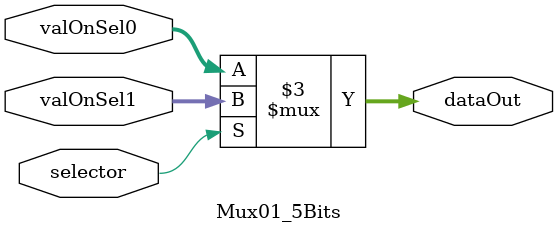
<source format=v>
`timescale 1ns/1ns
/* El primer input es el que se devuelve si el 
selector tienen 1'b1 de valor */
module Mux01_5Bits (
    input [4:0] valOnSel0, 
    input [4:0] valOnSel1, 
    input selector,
    output reg [4:0]dataOut
);

    always @(selector) begin
        dataOut <= selector == 1'b1 
                    ? valOnSel1
                    : valOnSel0;
    end
endmodule //Mux01
</source>
